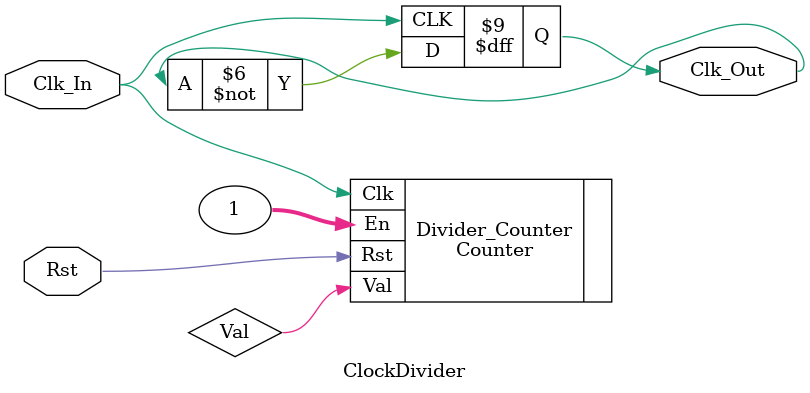
<source format=v>
`timescale 1ns / 1ps


module ClockDivider #(parameter DIV = 2) (output reg Clk_Out, input Clk_In, Rst);
    wire [$clog2(DIV)-1:0] Val;
    // module Counter #(parameter MAX_VAL = 1) (output reg [$clog2(MAX_VAL+1)-1:0] Val, input Clk, En, Rst);
    Counter #(.MAX_VAL(DIV-1)) Divider_Counter(.Val(Val), .Clk(Clk_In), .En(1), .Rst(Rst));
    always @ (posedge Clk_In) begin
        if (Val == 0  || Val == DIV/2)
            Clk_Out <= ~Clk_Out;
    end
endmodule

</source>
